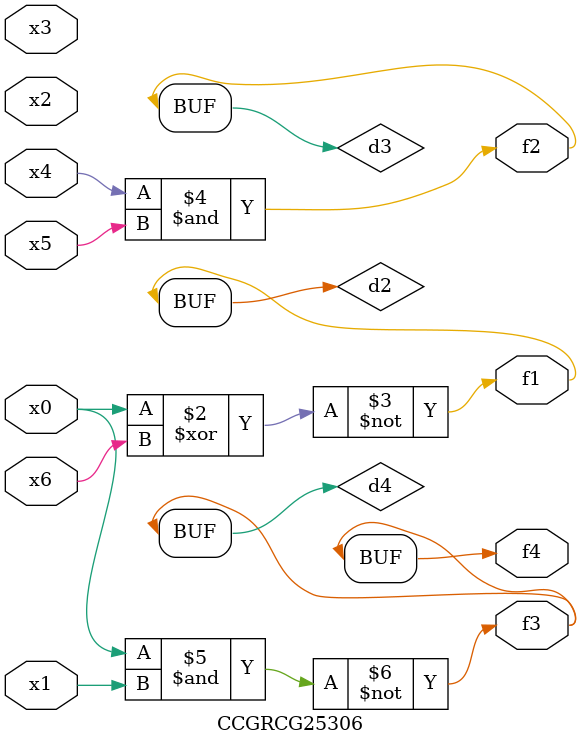
<source format=v>
module CCGRCG25306(
	input x0, x1, x2, x3, x4, x5, x6,
	output f1, f2, f3, f4
);

	wire d1, d2, d3, d4;

	nor (d1, x0);
	xnor (d2, x0, x6);
	and (d3, x4, x5);
	nand (d4, x0, x1);
	assign f1 = d2;
	assign f2 = d3;
	assign f3 = d4;
	assign f4 = d4;
endmodule

</source>
